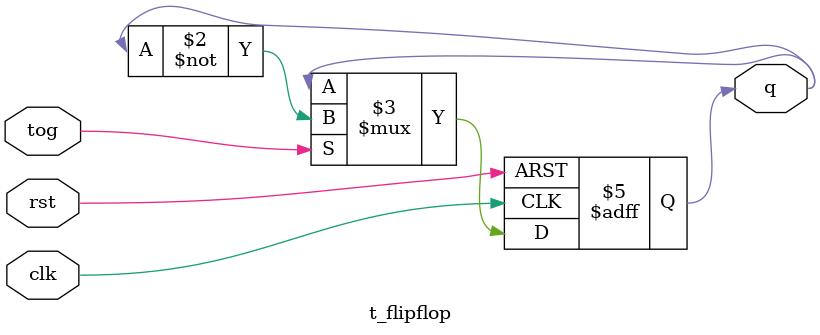
<source format=sv>
`timescale 1ns / 1ps


module t_flipflop 
    (
    input logic clk,     
    input logic rst,     
    input logic tog,      
    output logic q       
    );

  always @(posedge clk or posedge rst) begin
    if (rst) 
      q <= 1'b0;  
    else if (tog)
      q <= ~q;
  end

endmodule

</source>
